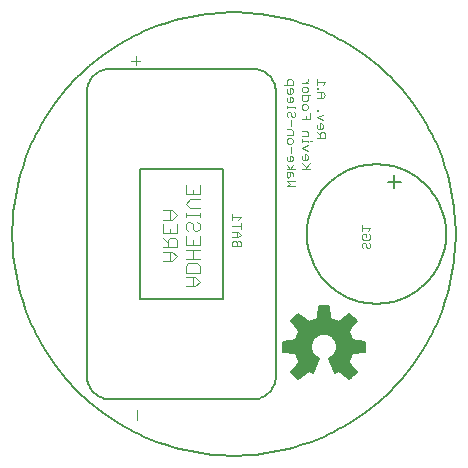
<source format=gbo>
G75*
%MOIN*%
%OFA0B0*%
%FSLAX24Y24*%
%IPPOS*%
%LPD*%
%AMOC8*
5,1,8,0,0,1.08239X$1,22.5*
%
%ADD10C,0.0080*%
%ADD11C,0.0040*%
%ADD12C,0.0050*%
%ADD13C,0.0059*%
D10*
X002623Y011000D02*
X002625Y011181D01*
X002632Y011362D01*
X002643Y011543D01*
X002659Y011724D01*
X002679Y011904D01*
X002703Y012084D01*
X002732Y012263D01*
X002765Y012441D01*
X002802Y012619D01*
X002844Y012795D01*
X002891Y012970D01*
X002941Y013144D01*
X002996Y013317D01*
X003055Y013489D01*
X003118Y013659D01*
X003185Y013827D01*
X003257Y013994D01*
X003332Y014158D01*
X003412Y014321D01*
X003495Y014482D01*
X003583Y014641D01*
X003674Y014798D01*
X003769Y014952D01*
X003868Y015104D01*
X003971Y015253D01*
X004077Y015400D01*
X004186Y015545D01*
X004300Y015686D01*
X004416Y015825D01*
X004537Y015961D01*
X004660Y016094D01*
X004787Y016223D01*
X004916Y016350D01*
X005049Y016473D01*
X005185Y016594D01*
X005324Y016710D01*
X005465Y016824D01*
X005610Y016933D01*
X005757Y017039D01*
X005906Y017142D01*
X006058Y017241D01*
X006212Y017336D01*
X006369Y017427D01*
X006528Y017515D01*
X006689Y017598D01*
X006852Y017678D01*
X007016Y017753D01*
X007183Y017825D01*
X007351Y017892D01*
X007521Y017955D01*
X007693Y018014D01*
X007866Y018069D01*
X008040Y018119D01*
X008215Y018166D01*
X008391Y018208D01*
X008569Y018245D01*
X008747Y018278D01*
X008926Y018307D01*
X009106Y018331D01*
X009286Y018351D01*
X009467Y018367D01*
X009648Y018378D01*
X009829Y018385D01*
X010010Y018387D01*
X010191Y018385D01*
X010372Y018378D01*
X010553Y018367D01*
X010734Y018351D01*
X010914Y018331D01*
X011094Y018307D01*
X011273Y018278D01*
X011451Y018245D01*
X011629Y018208D01*
X011805Y018166D01*
X011980Y018119D01*
X012154Y018069D01*
X012327Y018014D01*
X012499Y017955D01*
X012669Y017892D01*
X012837Y017825D01*
X013004Y017753D01*
X013168Y017678D01*
X013331Y017598D01*
X013492Y017515D01*
X013651Y017427D01*
X013808Y017336D01*
X013962Y017241D01*
X014114Y017142D01*
X014263Y017039D01*
X014410Y016933D01*
X014555Y016824D01*
X014696Y016710D01*
X014835Y016594D01*
X014971Y016473D01*
X015104Y016350D01*
X015233Y016223D01*
X015360Y016094D01*
X015483Y015961D01*
X015604Y015825D01*
X015720Y015686D01*
X015834Y015545D01*
X015943Y015400D01*
X016049Y015253D01*
X016152Y015104D01*
X016251Y014952D01*
X016346Y014798D01*
X016437Y014641D01*
X016525Y014482D01*
X016608Y014321D01*
X016688Y014158D01*
X016763Y013994D01*
X016835Y013827D01*
X016902Y013659D01*
X016965Y013489D01*
X017024Y013317D01*
X017079Y013144D01*
X017129Y012970D01*
X017176Y012795D01*
X017218Y012619D01*
X017255Y012441D01*
X017288Y012263D01*
X017317Y012084D01*
X017341Y011904D01*
X017361Y011724D01*
X017377Y011543D01*
X017388Y011362D01*
X017395Y011181D01*
X017397Y011000D01*
X017395Y010819D01*
X017388Y010638D01*
X017377Y010457D01*
X017361Y010276D01*
X017341Y010096D01*
X017317Y009916D01*
X017288Y009737D01*
X017255Y009559D01*
X017218Y009381D01*
X017176Y009205D01*
X017129Y009030D01*
X017079Y008856D01*
X017024Y008683D01*
X016965Y008511D01*
X016902Y008341D01*
X016835Y008173D01*
X016763Y008006D01*
X016688Y007842D01*
X016608Y007679D01*
X016525Y007518D01*
X016437Y007359D01*
X016346Y007202D01*
X016251Y007048D01*
X016152Y006896D01*
X016049Y006747D01*
X015943Y006600D01*
X015834Y006455D01*
X015720Y006314D01*
X015604Y006175D01*
X015483Y006039D01*
X015360Y005906D01*
X015233Y005777D01*
X015104Y005650D01*
X014971Y005527D01*
X014835Y005406D01*
X014696Y005290D01*
X014555Y005176D01*
X014410Y005067D01*
X014263Y004961D01*
X014114Y004858D01*
X013962Y004759D01*
X013808Y004664D01*
X013651Y004573D01*
X013492Y004485D01*
X013331Y004402D01*
X013168Y004322D01*
X013004Y004247D01*
X012837Y004175D01*
X012669Y004108D01*
X012499Y004045D01*
X012327Y003986D01*
X012154Y003931D01*
X011980Y003881D01*
X011805Y003834D01*
X011629Y003792D01*
X011451Y003755D01*
X011273Y003722D01*
X011094Y003693D01*
X010914Y003669D01*
X010734Y003649D01*
X010553Y003633D01*
X010372Y003622D01*
X010191Y003615D01*
X010010Y003613D01*
X009829Y003615D01*
X009648Y003622D01*
X009467Y003633D01*
X009286Y003649D01*
X009106Y003669D01*
X008926Y003693D01*
X008747Y003722D01*
X008569Y003755D01*
X008391Y003792D01*
X008215Y003834D01*
X008040Y003881D01*
X007866Y003931D01*
X007693Y003986D01*
X007521Y004045D01*
X007351Y004108D01*
X007183Y004175D01*
X007016Y004247D01*
X006852Y004322D01*
X006689Y004402D01*
X006528Y004485D01*
X006369Y004573D01*
X006212Y004664D01*
X006058Y004759D01*
X005906Y004858D01*
X005757Y004961D01*
X005610Y005067D01*
X005465Y005176D01*
X005324Y005290D01*
X005185Y005406D01*
X005049Y005527D01*
X004916Y005650D01*
X004787Y005777D01*
X004660Y005906D01*
X004537Y006039D01*
X004416Y006175D01*
X004300Y006314D01*
X004186Y006455D01*
X004077Y006600D01*
X003971Y006747D01*
X003868Y006896D01*
X003769Y007048D01*
X003674Y007202D01*
X003583Y007359D01*
X003495Y007518D01*
X003412Y007679D01*
X003332Y007842D01*
X003257Y008006D01*
X003185Y008173D01*
X003118Y008341D01*
X003055Y008511D01*
X002996Y008683D01*
X002941Y008856D01*
X002891Y009030D01*
X002844Y009205D01*
X002802Y009381D01*
X002765Y009559D01*
X002732Y009737D01*
X002703Y009916D01*
X002679Y010096D01*
X002659Y010276D01*
X002643Y010457D01*
X002632Y010638D01*
X002625Y010819D01*
X002623Y011000D01*
X012437Y011000D02*
X012439Y011096D01*
X012445Y011192D01*
X012455Y011287D01*
X012469Y011382D01*
X012486Y011477D01*
X012508Y011570D01*
X012534Y011663D01*
X012563Y011754D01*
X012596Y011844D01*
X012633Y011933D01*
X012673Y012020D01*
X012717Y012106D01*
X012764Y012189D01*
X012815Y012271D01*
X012869Y012350D01*
X012927Y012427D01*
X012987Y012501D01*
X013051Y012573D01*
X013117Y012643D01*
X013187Y012709D01*
X013259Y012773D01*
X013333Y012833D01*
X013410Y012891D01*
X013489Y012945D01*
X013571Y012996D01*
X013654Y013043D01*
X013740Y013087D01*
X013827Y013127D01*
X013916Y013164D01*
X014006Y013197D01*
X014097Y013226D01*
X014190Y013252D01*
X014283Y013274D01*
X014378Y013291D01*
X014473Y013305D01*
X014568Y013315D01*
X014664Y013321D01*
X014760Y013323D01*
X014856Y013321D01*
X014952Y013315D01*
X015047Y013305D01*
X015142Y013291D01*
X015237Y013274D01*
X015330Y013252D01*
X015423Y013226D01*
X015514Y013197D01*
X015604Y013164D01*
X015693Y013127D01*
X015780Y013087D01*
X015866Y013043D01*
X015949Y012996D01*
X016031Y012945D01*
X016110Y012891D01*
X016187Y012833D01*
X016261Y012773D01*
X016333Y012709D01*
X016403Y012643D01*
X016469Y012573D01*
X016533Y012501D01*
X016593Y012427D01*
X016651Y012350D01*
X016705Y012271D01*
X016756Y012189D01*
X016803Y012106D01*
X016847Y012020D01*
X016887Y011933D01*
X016924Y011844D01*
X016957Y011754D01*
X016986Y011663D01*
X017012Y011570D01*
X017034Y011477D01*
X017051Y011382D01*
X017065Y011287D01*
X017075Y011192D01*
X017081Y011096D01*
X017083Y011000D01*
X017081Y010904D01*
X017075Y010808D01*
X017065Y010713D01*
X017051Y010618D01*
X017034Y010523D01*
X017012Y010430D01*
X016986Y010337D01*
X016957Y010246D01*
X016924Y010156D01*
X016887Y010067D01*
X016847Y009980D01*
X016803Y009894D01*
X016756Y009811D01*
X016705Y009729D01*
X016651Y009650D01*
X016593Y009573D01*
X016533Y009499D01*
X016469Y009427D01*
X016403Y009357D01*
X016333Y009291D01*
X016261Y009227D01*
X016187Y009167D01*
X016110Y009109D01*
X016031Y009055D01*
X015949Y009004D01*
X015866Y008957D01*
X015780Y008913D01*
X015693Y008873D01*
X015604Y008836D01*
X015514Y008803D01*
X015423Y008774D01*
X015330Y008748D01*
X015237Y008726D01*
X015142Y008709D01*
X015047Y008695D01*
X014952Y008685D01*
X014856Y008679D01*
X014760Y008677D01*
X014664Y008679D01*
X014568Y008685D01*
X014473Y008695D01*
X014378Y008709D01*
X014283Y008726D01*
X014190Y008748D01*
X014097Y008774D01*
X014006Y008803D01*
X013916Y008836D01*
X013827Y008873D01*
X013740Y008913D01*
X013654Y008957D01*
X013571Y009004D01*
X013489Y009055D01*
X013410Y009109D01*
X013333Y009167D01*
X013259Y009227D01*
X013187Y009291D01*
X013117Y009357D01*
X013051Y009427D01*
X012987Y009499D01*
X012927Y009573D01*
X012869Y009650D01*
X012815Y009729D01*
X012764Y009811D01*
X012717Y009894D01*
X012673Y009980D01*
X012633Y010067D01*
X012596Y010156D01*
X012563Y010246D01*
X012534Y010337D01*
X012508Y010430D01*
X012486Y010523D01*
X012469Y010618D01*
X012455Y010713D01*
X012445Y010808D01*
X012439Y010904D01*
X012437Y011000D01*
X015360Y012540D02*
X015360Y012954D01*
X015567Y012747D02*
X015153Y012747D01*
D11*
X006789Y005119D02*
X006789Y004812D01*
X008405Y009255D02*
X008711Y009255D01*
X008865Y009409D01*
X008711Y009562D01*
X008405Y009562D01*
X008405Y009716D02*
X008405Y009946D01*
X008481Y010022D01*
X008788Y010022D01*
X008865Y009946D01*
X008865Y009716D01*
X008405Y009716D01*
X008635Y009562D02*
X008635Y009255D01*
X008635Y010176D02*
X008635Y010483D01*
X008635Y010636D02*
X008635Y010790D01*
X008865Y010943D02*
X008865Y010636D01*
X008405Y010636D01*
X008405Y010943D01*
X008481Y011097D02*
X008405Y011173D01*
X008405Y011327D01*
X008481Y011404D01*
X008558Y011404D01*
X008635Y011327D01*
X008635Y011173D01*
X008711Y011097D01*
X008788Y011097D01*
X008865Y011173D01*
X008865Y011327D01*
X008788Y011404D01*
X008865Y011557D02*
X008865Y011711D01*
X008865Y011634D02*
X008405Y011634D01*
X008405Y011557D02*
X008405Y011711D01*
X008558Y011864D02*
X008405Y012018D01*
X008558Y012171D01*
X008865Y012171D01*
X008865Y012324D02*
X008405Y012324D01*
X008405Y012631D01*
X008635Y012478D02*
X008635Y012324D01*
X008865Y012324D02*
X008865Y012631D01*
X008865Y011864D02*
X008558Y011864D01*
X008115Y011634D02*
X007961Y011787D01*
X007655Y011787D01*
X007885Y011787D02*
X007885Y011480D01*
X007961Y011480D02*
X008115Y011634D01*
X007961Y011480D02*
X007655Y011480D01*
X007655Y011327D02*
X007655Y011020D01*
X008115Y011020D01*
X008115Y011327D01*
X007885Y011173D02*
X007885Y011020D01*
X007885Y010867D02*
X007808Y010790D01*
X007808Y010560D01*
X007808Y010713D02*
X007655Y010867D01*
X007885Y010867D02*
X008038Y010867D01*
X008115Y010790D01*
X008115Y010560D01*
X007655Y010560D01*
X007655Y010406D02*
X007961Y010406D01*
X008115Y010253D01*
X007961Y010099D01*
X007655Y010099D01*
X007885Y010099D02*
X007885Y010406D01*
X008405Y010483D02*
X008865Y010483D01*
X008865Y010176D02*
X008405Y010176D01*
X009960Y010591D02*
X009960Y010732D01*
X010006Y010778D01*
X010053Y010778D01*
X010100Y010732D01*
X010100Y010591D01*
X010240Y010591D02*
X010240Y010732D01*
X010193Y010778D01*
X010146Y010778D01*
X010100Y010732D01*
X010100Y010886D02*
X010100Y011073D01*
X010146Y011073D02*
X009960Y011073D01*
X010146Y011073D02*
X010240Y010979D01*
X010146Y010886D01*
X009960Y010886D01*
X009960Y010591D02*
X010240Y010591D01*
X010240Y011181D02*
X010240Y011368D01*
X010240Y011274D02*
X009960Y011274D01*
X009960Y011475D02*
X009960Y011662D01*
X009960Y011569D02*
X010240Y011569D01*
X010146Y011475D01*
X011780Y012587D02*
X011873Y012680D01*
X011780Y012774D01*
X012060Y012774D01*
X011966Y012928D02*
X011966Y013022D01*
X011920Y013068D01*
X011780Y013068D01*
X011780Y012928D01*
X011826Y012882D01*
X011873Y012928D01*
X011873Y013068D01*
X011873Y013176D02*
X011966Y013316D01*
X011920Y013422D02*
X011966Y013468D01*
X011966Y013562D01*
X011920Y013609D01*
X011873Y013609D01*
X011873Y013422D01*
X011826Y013422D02*
X011920Y013422D01*
X011826Y013422D02*
X011780Y013468D01*
X011780Y013562D01*
X011920Y013716D02*
X011920Y013903D01*
X011920Y014011D02*
X011826Y014011D01*
X011780Y014058D01*
X011780Y014151D01*
X011826Y014198D01*
X011920Y014198D01*
X011966Y014151D01*
X011966Y014058D01*
X011920Y014011D01*
X012280Y014060D02*
X012280Y014154D01*
X012280Y014107D02*
X012466Y014107D01*
X012466Y014060D01*
X012560Y014107D02*
X012606Y014107D01*
X012780Y014207D02*
X013060Y014207D01*
X013060Y014348D01*
X013013Y014394D01*
X012920Y014394D01*
X012873Y014348D01*
X012873Y014207D01*
X012873Y014301D02*
X012780Y014394D01*
X012826Y014502D02*
X012920Y014502D01*
X012966Y014549D01*
X012966Y014642D01*
X012920Y014689D01*
X012873Y014689D01*
X012873Y014502D01*
X012826Y014502D02*
X012780Y014549D01*
X012780Y014642D01*
X012966Y014797D02*
X012780Y014890D01*
X012966Y014984D01*
X012826Y015091D02*
X012826Y015138D01*
X012780Y015138D01*
X012780Y015091D01*
X012826Y015091D01*
X012560Y015033D02*
X012560Y014846D01*
X012280Y014846D01*
X012420Y014846D02*
X012420Y014939D01*
X012420Y015141D02*
X012326Y015141D01*
X012280Y015187D01*
X012280Y015281D01*
X012326Y015327D01*
X012420Y015327D01*
X012466Y015281D01*
X012466Y015187D01*
X012420Y015141D01*
X012420Y015435D02*
X012466Y015482D01*
X012466Y015622D01*
X012560Y015622D02*
X012280Y015622D01*
X012280Y015482D01*
X012326Y015435D01*
X012420Y015435D01*
X012420Y015730D02*
X012326Y015730D01*
X012280Y015777D01*
X012280Y015870D01*
X012326Y015917D01*
X012420Y015917D01*
X012466Y015870D01*
X012466Y015777D01*
X012420Y015730D01*
X012780Y015720D02*
X012966Y015720D01*
X013060Y015627D01*
X012966Y015533D01*
X012780Y015533D01*
X012920Y015533D02*
X012920Y015720D01*
X012826Y015828D02*
X012826Y015875D01*
X012780Y015875D01*
X012780Y015828D01*
X012826Y015828D01*
X012780Y015975D02*
X012780Y016162D01*
X012780Y016069D02*
X013060Y016069D01*
X012966Y015975D01*
X012466Y016024D02*
X012280Y016024D01*
X012373Y016024D02*
X012466Y016118D01*
X012466Y016165D01*
X011966Y016115D02*
X011920Y016162D01*
X011826Y016162D01*
X011780Y016115D01*
X011780Y015975D01*
X011686Y015975D02*
X011966Y015975D01*
X011966Y016115D01*
X011920Y015868D02*
X011873Y015868D01*
X011873Y015681D01*
X011920Y015681D02*
X011966Y015727D01*
X011966Y015821D01*
X011920Y015868D01*
X011780Y015821D02*
X011780Y015727D01*
X011826Y015681D01*
X011920Y015681D01*
X011920Y015573D02*
X011873Y015573D01*
X011873Y015386D01*
X011920Y015386D02*
X011966Y015433D01*
X011966Y015526D01*
X011920Y015573D01*
X011780Y015526D02*
X011780Y015433D01*
X011826Y015386D01*
X011920Y015386D01*
X011780Y015283D02*
X011780Y015190D01*
X011780Y015236D02*
X012060Y015236D01*
X012060Y015190D01*
X012013Y015082D02*
X012060Y015035D01*
X012060Y014942D01*
X012013Y014895D01*
X011966Y014895D01*
X011920Y014942D01*
X011920Y015035D01*
X011873Y015082D01*
X011826Y015082D01*
X011780Y015035D01*
X011780Y014942D01*
X011826Y014895D01*
X011920Y014787D02*
X011920Y014600D01*
X011920Y014492D02*
X011780Y014492D01*
X011920Y014492D02*
X011966Y014446D01*
X011966Y014306D01*
X011780Y014306D01*
X012280Y014257D02*
X012466Y014257D01*
X012466Y014397D01*
X012420Y014443D01*
X012280Y014443D01*
X012466Y013952D02*
X012280Y013859D01*
X012466Y013765D01*
X012420Y013658D02*
X012373Y013658D01*
X012373Y013471D01*
X012420Y013471D02*
X012466Y013518D01*
X012466Y013611D01*
X012420Y013658D01*
X012280Y013611D02*
X012280Y013518D01*
X012326Y013471D01*
X012420Y013471D01*
X012560Y013363D02*
X012373Y013176D01*
X012420Y013223D02*
X012280Y013363D01*
X012280Y013176D02*
X012560Y013176D01*
X012060Y013176D02*
X011780Y013176D01*
X011873Y013176D02*
X011780Y013316D01*
X011780Y012587D02*
X012060Y012587D01*
X014280Y011296D02*
X014280Y011109D01*
X014280Y011203D02*
X014560Y011203D01*
X014466Y011109D01*
X014420Y011001D02*
X014420Y010908D01*
X014420Y011001D02*
X014326Y011001D01*
X014280Y010955D01*
X014280Y010861D01*
X014326Y010815D01*
X014513Y010815D01*
X014560Y010861D01*
X014560Y010955D01*
X014513Y011001D01*
X014513Y010707D02*
X014560Y010660D01*
X014560Y010567D01*
X014513Y010520D01*
X014466Y010520D01*
X014420Y010567D01*
X014420Y010660D01*
X014373Y010707D01*
X014326Y010707D01*
X014280Y010660D01*
X014280Y010567D01*
X014326Y010520D01*
X006889Y016774D02*
X006582Y016774D01*
X006735Y016927D02*
X006735Y016620D01*
D12*
X005897Y016512D02*
X010622Y016512D01*
X010622Y016511D02*
X010676Y016509D01*
X010729Y016504D01*
X010782Y016495D01*
X010834Y016482D01*
X010886Y016466D01*
X010936Y016446D01*
X010984Y016423D01*
X011031Y016396D01*
X011076Y016367D01*
X011119Y016334D01*
X011159Y016299D01*
X011197Y016261D01*
X011232Y016221D01*
X011265Y016178D01*
X011294Y016133D01*
X011321Y016086D01*
X011344Y016038D01*
X011364Y015988D01*
X011380Y015936D01*
X011393Y015884D01*
X011402Y015831D01*
X011407Y015778D01*
X011409Y015724D01*
X011409Y006276D01*
X011407Y006222D01*
X011402Y006169D01*
X011393Y006116D01*
X011380Y006064D01*
X011364Y006012D01*
X011344Y005962D01*
X011321Y005914D01*
X011294Y005867D01*
X011265Y005822D01*
X011232Y005779D01*
X011197Y005739D01*
X011159Y005701D01*
X011119Y005666D01*
X011076Y005633D01*
X011031Y005604D01*
X010984Y005577D01*
X010936Y005554D01*
X010886Y005534D01*
X010834Y005518D01*
X010782Y005505D01*
X010729Y005496D01*
X010676Y005491D01*
X010622Y005489D01*
X010622Y005488D02*
X005897Y005488D01*
X005897Y005489D02*
X005843Y005491D01*
X005790Y005496D01*
X005737Y005505D01*
X005685Y005518D01*
X005633Y005534D01*
X005583Y005554D01*
X005535Y005577D01*
X005488Y005604D01*
X005443Y005633D01*
X005400Y005666D01*
X005360Y005701D01*
X005322Y005739D01*
X005287Y005779D01*
X005254Y005822D01*
X005225Y005867D01*
X005198Y005914D01*
X005175Y005962D01*
X005155Y006012D01*
X005139Y006064D01*
X005126Y006116D01*
X005117Y006169D01*
X005112Y006222D01*
X005110Y006276D01*
X005110Y015724D01*
X005112Y015778D01*
X005117Y015831D01*
X005126Y015884D01*
X005139Y015936D01*
X005155Y015988D01*
X005175Y016038D01*
X005198Y016086D01*
X005225Y016133D01*
X005254Y016178D01*
X005287Y016221D01*
X005322Y016261D01*
X005360Y016299D01*
X005400Y016334D01*
X005443Y016367D01*
X005488Y016396D01*
X005535Y016423D01*
X005583Y016446D01*
X005633Y016466D01*
X005685Y016482D01*
X005737Y016495D01*
X005790Y016504D01*
X005843Y016509D01*
X005897Y016511D01*
X006882Y013165D02*
X009637Y013165D01*
X009637Y008835D01*
X006882Y008835D01*
X006882Y013165D01*
D13*
X012842Y008618D02*
X013177Y008618D01*
X013223Y008173D01*
X013323Y008144D01*
X013420Y008104D01*
X013512Y008053D01*
X013858Y008336D01*
X014095Y008098D01*
X013813Y007752D01*
X013863Y007660D01*
X013903Y007564D01*
X013933Y007463D01*
X014377Y007418D01*
X014377Y007082D01*
X013933Y007037D01*
X013903Y006936D01*
X013863Y006840D01*
X013813Y006748D01*
X014095Y006402D01*
X013858Y006164D01*
X013512Y006447D01*
X013443Y006408D01*
X013372Y006375D01*
X013174Y006852D01*
X013239Y006885D01*
X013296Y006929D01*
X013346Y006982D01*
X013386Y007042D01*
X013416Y007108D01*
X013434Y007178D01*
X013440Y007250D01*
X013433Y007330D01*
X013410Y007408D01*
X013374Y007480D01*
X013324Y007544D01*
X013264Y007598D01*
X013194Y007639D01*
X013119Y007667D01*
X013039Y007680D01*
X012958Y007678D01*
X012879Y007660D01*
X012805Y007629D01*
X012738Y007584D01*
X012680Y007527D01*
X012634Y007461D01*
X012601Y007387D01*
X012583Y007309D01*
X012579Y007228D01*
X012591Y007148D01*
X012618Y007072D01*
X012658Y007002D01*
X012710Y006940D01*
X012773Y006890D01*
X012845Y006852D01*
X012647Y006375D01*
X012576Y006408D01*
X012508Y006447D01*
X012161Y006164D01*
X011924Y006402D01*
X012206Y006748D01*
X012156Y006840D01*
X012116Y006936D01*
X012086Y007037D01*
X011642Y007082D01*
X011642Y007418D01*
X012086Y007463D01*
X012116Y007564D01*
X012156Y007660D01*
X012206Y007752D01*
X011924Y008098D01*
X012161Y008336D01*
X012508Y008053D01*
X012599Y008104D01*
X012696Y008144D01*
X012796Y008173D01*
X012842Y008618D01*
X012836Y008565D02*
X013183Y008565D01*
X013189Y008507D02*
X012830Y008507D01*
X012825Y008450D02*
X013194Y008450D01*
X013200Y008392D02*
X012819Y008392D01*
X012813Y008335D02*
X013206Y008335D01*
X013212Y008277D02*
X012807Y008277D01*
X012801Y008220D02*
X013218Y008220D01*
X013261Y008162D02*
X012758Y008162D01*
X012600Y008104D02*
X013419Y008104D01*
X013574Y008104D02*
X014089Y008104D01*
X014053Y008047D02*
X011966Y008047D01*
X011930Y008104D02*
X012445Y008104D01*
X012374Y008162D02*
X011987Y008162D01*
X012045Y008220D02*
X012304Y008220D01*
X012233Y008277D02*
X012102Y008277D01*
X012160Y008335D02*
X012163Y008335D01*
X012013Y007989D02*
X014006Y007989D01*
X013960Y007932D02*
X012060Y007932D01*
X012106Y007874D02*
X013913Y007874D01*
X013866Y007817D02*
X012153Y007817D01*
X012200Y007759D02*
X013819Y007759D01*
X013841Y007702D02*
X012178Y007702D01*
X012149Y007644D02*
X012840Y007644D01*
X012741Y007586D02*
X012125Y007586D01*
X012106Y007529D02*
X012682Y007529D01*
X012641Y007471D02*
X012089Y007471D01*
X011642Y007414D02*
X012613Y007414D01*
X012594Y007356D02*
X011642Y007356D01*
X011642Y007299D02*
X012582Y007299D01*
X012580Y007241D02*
X011642Y007241D01*
X011642Y007184D02*
X012586Y007184D01*
X012599Y007126D02*
X011642Y007126D01*
X011776Y007068D02*
X012619Y007068D01*
X012652Y007011D02*
X012094Y007011D01*
X012111Y006953D02*
X012699Y006953D01*
X012766Y006896D02*
X012132Y006896D01*
X012156Y006838D02*
X012839Y006838D01*
X012815Y006781D02*
X012188Y006781D01*
X012186Y006723D02*
X012791Y006723D01*
X012767Y006666D02*
X012139Y006666D01*
X012092Y006608D02*
X012744Y006608D01*
X012720Y006550D02*
X012045Y006550D01*
X011998Y006493D02*
X012696Y006493D01*
X012672Y006435D02*
X012527Y006435D01*
X012494Y006435D02*
X011951Y006435D01*
X011948Y006378D02*
X012423Y006378D01*
X012353Y006320D02*
X012005Y006320D01*
X012063Y006263D02*
X012282Y006263D01*
X012211Y006205D02*
X012120Y006205D01*
X012640Y006378D02*
X012648Y006378D01*
X013275Y006608D02*
X013927Y006608D01*
X013880Y006666D02*
X013252Y006666D01*
X013228Y006723D02*
X013833Y006723D01*
X013831Y006781D02*
X013204Y006781D01*
X013180Y006838D02*
X013863Y006838D01*
X013887Y006896D02*
X013252Y006896D01*
X013320Y006953D02*
X013908Y006953D01*
X013925Y007011D02*
X013366Y007011D01*
X013398Y007068D02*
X014243Y007068D01*
X014377Y007126D02*
X013421Y007126D01*
X013435Y007184D02*
X014377Y007184D01*
X014377Y007241D02*
X013439Y007241D01*
X013436Y007299D02*
X014377Y007299D01*
X014377Y007356D02*
X013425Y007356D01*
X013407Y007414D02*
X014377Y007414D01*
X013930Y007471D02*
X013378Y007471D01*
X013336Y007529D02*
X013914Y007529D01*
X013894Y007586D02*
X013276Y007586D01*
X013180Y007644D02*
X013870Y007644D01*
X014032Y008162D02*
X013645Y008162D01*
X013715Y008220D02*
X013974Y008220D01*
X013917Y008277D02*
X013786Y008277D01*
X013856Y008335D02*
X013859Y008335D01*
X013974Y006550D02*
X013299Y006550D01*
X013323Y006493D02*
X014021Y006493D01*
X014068Y006435D02*
X013525Y006435D01*
X013492Y006435D02*
X013347Y006435D01*
X013371Y006378D02*
X013379Y006378D01*
X013596Y006378D02*
X014071Y006378D01*
X014014Y006320D02*
X013666Y006320D01*
X013737Y006263D02*
X013956Y006263D01*
X013899Y006205D02*
X013808Y006205D01*
M02*

</source>
